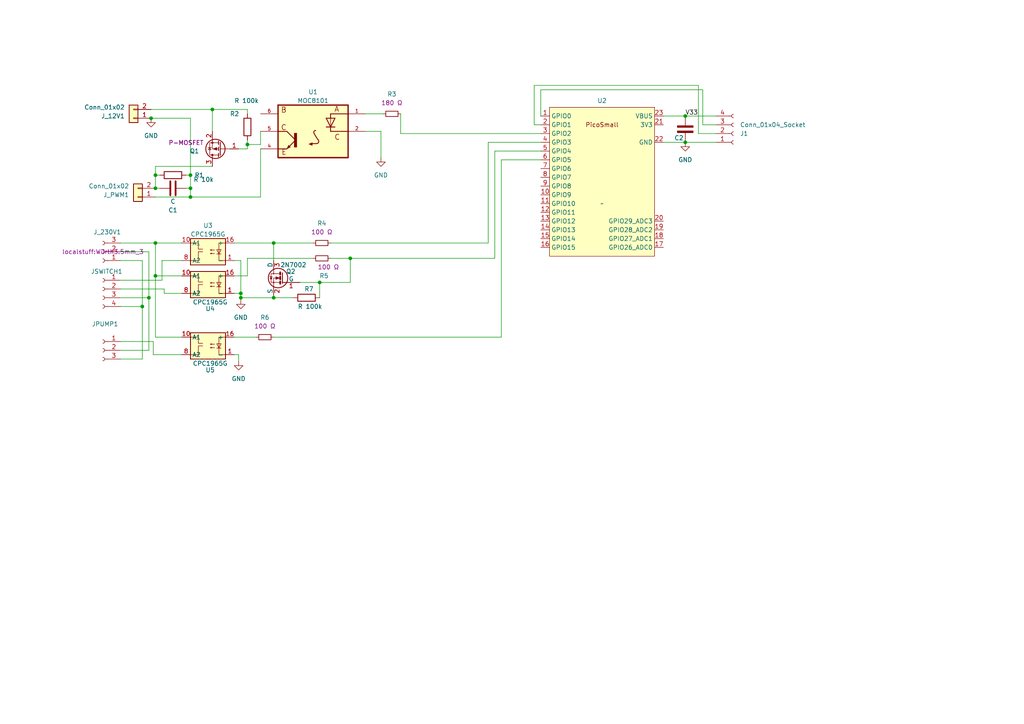
<source format=kicad_sch>
(kicad_sch (version 20230121) (generator eeschema)
  (paper "A4")
  (lib_symbols
    (symbol "Connector:Conn_01x03_Socket" (pin_names (offset 1.016) hide)
      (property "Reference" "J" (at 0 5.08 0))
      (property "Value" "Conn_01x03_Socket" (at 0 -5.08 0))
      (symbol "Conn_01x03_Socket_1_1"
        (arc (start 0 -2.032) (mid -0.5058 -2.54) (end 0 -3.048) (stroke (width 0.1524)))
        (polyline (pts (xy -1.27 -2.54) (xy -0.508 -2.54)) (stroke (width 0.1524)))
        (polyline (pts (xy -1.27 0) (xy -0.508 0)) (stroke (width 0.1524)))
        (polyline (pts (xy -1.27 2.54) (xy -0.508 2.54)) (stroke (width 0.1524)))
        (arc (start 0 0.508) (mid -0.5058 0) (end 0 -0.508) (stroke (width 0.1524)))
        (arc (start 0 3.048) (mid -0.5058 2.54) (end 0 2.032) (stroke (width 0.1524)))
        (pin passive line (at -5.08 2.54 0) (length 3.81) (name "Pin_1") (number "1"))
        (pin passive line (at -5.08 0 0) (length 3.81) (name "Pin_2") (number "2"))
        (pin passive line (at -5.08 -2.54 0) (length 3.81) (name "Pin_3") (number "3"))
      )
    )
    (symbol "Connector:Conn_01x04_Socket" (pin_names (offset 1.016) hide)
      (property "Reference" "J" (at 0 5.08 0))
      (property "Value" "Conn_01x04_Socket" (at 0 -7.62 0))
      (symbol "Conn_01x04_Socket_1_1"
        (arc (start 0 -4.572) (mid -0.5058 -5.08) (end 0 -5.588) (stroke (width 0.1524)))
        (arc (start 0 -2.032) (mid -0.5058 -2.54) (end 0 -3.048) (stroke (width 0.1524)))
        (polyline (pts (xy -1.27 -5.08) (xy -0.508 -5.08)) (stroke (width 0.1524)))
        (polyline (pts (xy -1.27 -2.54) (xy -0.508 -2.54)) (stroke (width 0.1524)))
        (polyline (pts (xy -1.27 0) (xy -0.508 0)) (stroke (width 0.1524)))
        (polyline (pts (xy -1.27 2.54) (xy -0.508 2.54)) (stroke (width 0.1524)))
        (arc (start 0 0.508) (mid -0.5058 0) (end 0 -0.508) (stroke (width 0.1524)))
        (arc (start 0 3.048) (mid -0.5058 2.54) (end 0 2.032) (stroke (width 0.1524)))
        (pin passive line (at -5.08 2.54 0) (length 3.81) (name "Pin_1") (number "1"))
        (pin passive line (at -5.08 0 0) (length 3.81) (name "Pin_2") (number "2"))
        (pin passive line (at -5.08 -2.54 0) (length 3.81) (name "Pin_3") (number "3"))
        (pin passive line (at -5.08 -5.08 0) (length 3.81) (name "Pin_4") (number "4"))
      )
    )
    (symbol "Connector_Generic:Conn_01x02" (pin_names (offset 1.016) hide)
      (property "Reference" "J" (at 0 2.54 0))
      (property "Value" "Conn_01x02" (at 0 -5.08 0))
      (symbol "Conn_01x02_1_1"
        (rectangle (start -1.27 -2.413) (end 0 -2.667) (stroke (width 0.1524)))
        (rectangle (start -1.27 0.127) (end 0 -0.127) (stroke (width 0.1524)))
        (rectangle (start -1.27 1.27) (end 1.27 -3.81) (stroke (width 0.254)) (fill (type background)))
        (pin passive line (at -5.08 0 0) (length 3.81) (name "Pin_1") (number "1"))
        (pin passive line (at -5.08 -2.54 0) (length 3.81) (name "Pin_2") (number "2"))
      )
    )
    (symbol "Device:C" (pin_numbers hide) (pin_names (offset 0.254))
      (property "Reference" "C" (at 0.635 2.54 0))
      (property "Value" "C" (at 0.635 -2.54 0))
      (symbol "C_0_1"
        (polyline (pts (xy -2.032 -0.762) (xy 2.032 -0.762)) (stroke (width 0.508)))
        (polyline (pts (xy -2.032 0.762) (xy 2.032 0.762)) (stroke (width 0.508)))
      )
      (symbol "C_1_1"
        (pin passive line (at 0 3.81 270) (length 2.794) (name "~") (number "1"))
        (pin passive line (at 0 -3.81 90) (length 2.794) (name "~") (number "2"))
      )
    )
    (symbol "Device:R" (pin_numbers hide) (pin_names (offset 0))
      (property "Reference" "R" (at 2.032 0 90))
      (property "Value" "R" (at 0 0 90))
      (symbol "R_0_1"
        (rectangle (start -1.016 -2.54) (end 1.016 2.54) (stroke (width 0.254)))
      )
      (symbol "R_1_1"
        (pin passive line (at 0 3.81 270) (length 1.27) (name "~") (number "1"))
        (pin passive line (at 0 -3.81 90) (length 1.27) (name "~") (number "2"))
      )
    )
    (symbol "localparts:CP_10µ_16V_0603" (pin_numbers hide) (pin_names (offset 0.254))
      (property "Reference" "C3" (at -3.048 1.016 0))
      (symbol "CP_10µ_16V_0603_0_1"
        (rectangle (start -2.286 -0.508) (end 2.286 -1.016) (fill (type outline)))
        (rectangle (start -2.286 1.016) (end 2.286 0.508) (fill (type outline)))
      )
      (symbol "CP_10µ_16V_0603_1_1"
        (pin passive line (at 0 3.81 270) (length 2.794) (name "~") (number "1"))
        (pin passive line (at 0 -3.81 90) (length 2.794) (name "~") (number "2"))
      )
    )
    (symbol "localparts:PicoAli"
      (property "Reference" "U" (at 0 -7.62 0))
      (symbol "PicoAli_0_1"
        (rectangle (start -15.24 20.32) (end 15.24 -22.86) (fill (type background)))
      )
      (symbol "PicoAli_1_0"
        (text "PicoSmall" (at 0 15.24 0) (effects (font (size 1.27 1.27))))
      )
      (symbol "PicoAli_1_1"
        (pin bidirectional line (at -17.78 17.78 0) (length 2.54) (name "GPIO0") (number "1"))
        (pin bidirectional line (at -17.78 -5.08 0) (length 2.54) (name "GPIO9") (number "10"))
        (pin bidirectional line (at -17.78 -7.62 0) (length 2.54) (name "GPIO10") (number "11"))
        (pin bidirectional line (at -17.78 -10.16 0) (length 2.54) (name "GPIO11") (number "12"))
        (pin bidirectional line (at -17.78 -12.7 0) (length 2.54) (name "GPIO12") (number "13"))
        (pin bidirectional line (at -17.78 -15.24 0) (length 2.54) (name "GPIO13") (number "14"))
        (pin bidirectional line (at -17.78 -17.78 0) (length 2.54) (name "GPIO14") (number "15"))
        (pin bidirectional line (at -17.78 -20.32 0) (length 2.54) (name "GPIO15") (number "16"))
        (pin bidirectional line (at 17.78 -20.32 180) (length 2.54) (name "GPIO26_ADC0") (number "17"))
        (pin bidirectional line (at 17.78 -17.78 180) (length 2.54) (name "GPIO27_ADC1") (number "18"))
        (pin bidirectional line (at 17.78 -15.24 180) (length 2.54) (name "GPIO28_ADC2") (number "19"))
        (pin bidirectional line (at -17.78 15.24 0) (length 2.54) (name "GPIO1") (number "2"))
        (pin bidirectional line (at 17.78 -12.7 180) (length 2.54) (name "GPIO29_ADC3") (number "20"))
        (pin power_in line (at 17.78 15.24 180) (length 2.54) (name "3V3") (number "21"))
        (pin bidirectional line (at 17.78 10.16 180) (length 2.54) (name "GND") (number "22"))
        (pin power_in line (at 17.78 17.78 180) (length 2.54) (name "VBUS") (number "23"))
        (pin bidirectional line (at -17.78 12.7 0) (length 2.54) (name "GPIO2") (number "3"))
        (pin bidirectional line (at -17.78 10.16 0) (length 2.54) (name "GPIO3") (number "4"))
        (pin bidirectional line (at -17.78 7.62 0) (length 2.54) (name "GPIO4") (number "5"))
        (pin bidirectional line (at -17.78 5.08 0) (length 2.54) (name "GPIO5") (number "6"))
        (pin bidirectional line (at -17.78 2.54 0) (length 2.54) (name "GPIO6") (number "7"))
        (pin bidirectional line (at -17.78 0 0) (length 2.54) (name "GPIO7") (number "8"))
        (pin bidirectional line (at -17.78 -2.54 0) (length 2.54) (name "GPIO8") (number "9"))
      )
    )
    (symbol "localparts:R_100_0603" (pin_numbers hide) (pin_names (offset 0.254) hide)
      (property "Reference" "R" (at -1.27 0.635 0))
      (property "Display" "100 Ω" (at -1.27 -1.27 0))
      (symbol "R_100_0603_0_1"
        (rectangle (start -0.762 1.778) (end 0.762 -1.778) (stroke (width 0.2032)))
      )
      (symbol "R_100_0603_1_1"
        (pin passive line (at 0 2.54 270) (length 0.762) (name "~") (number "1"))
        (pin passive line (at 0 -2.54 90) (length 0.762) (name "~") (number "2"))
      )
    )
    (symbol "localparts:R_180_0603" (pin_numbers hide) (pin_names (offset 0.254) hide)
      (property "Reference" "R" (at -1.27 1.143 0))
      (property "Display" "180 Ω" (at -1.27 -1.016 0))
      (symbol "R_180_0603_0_1"
        (rectangle (start -0.762 1.778) (end 0.762 -1.778) (stroke (width 0.2032)))
      )
      (symbol "R_180_0603_1_1"
        (pin passive line (at 0 2.54 270) (length 0.762) (name "~") (number "1"))
        (pin passive line (at 0 -2.54 90) (length 0.762) (name "~") (number "2"))
      )
    )
    (symbol "localparts:SI2369DS" (pin_names hide)
      (property "Reference" "Q" (at 5.08 1.905 0))
      (property "Value" "SI2369DS" (at 5.08 0 0))
      (property "Display" "P-MOSFET" (at 10.16 -1.778 0))
      (symbol "SI2369DS_0_1"
        (polyline (pts (xy 0.254 0) (xy -2.54 0)))
        (polyline (pts (xy 0.254 1.905) (xy 0.254 -1.905)) (stroke (width 0.254)))
        (polyline (pts (xy 0.762 -1.27) (xy 0.762 -2.286)) (stroke (width 0.254)))
        (polyline (pts (xy 0.762 0.508) (xy 0.762 -0.508)) (stroke (width 0.254)))
        (polyline (pts (xy 0.762 2.286) (xy 0.762 1.27)) (stroke (width 0.254)))
        (polyline (pts (xy 2.54 2.54) (xy 2.54 1.778)))
        (polyline (pts (xy 2.54 -2.54) (xy 2.54 0) (xy 0.762 0)))
        (polyline (pts (xy 0.762 1.778) (xy 3.302 1.778) (xy 3.302 -1.778) (xy 0.762 -1.778)))
        (polyline (pts (xy 2.286 0) (xy 1.27 0.381) (xy 1.27 -0.381) (xy 2.286 0)) (fill (type outline)))
        (polyline (pts (xy 2.794 -0.508) (xy 2.921 -0.381) (xy 3.683 -0.381) (xy 3.81 -0.254)))
        (polyline (pts (xy 3.302 -0.381) (xy 2.921 0.254) (xy 3.683 0.254) (xy 3.302 -0.381)))
        (circle (center 1.651 0) (radius 2.794) (stroke (width 0.254)))
        (circle (center 2.54 -1.778) (radius 0.254) (fill (type outline)))
        (circle (center 2.54 1.778) (radius 0.254) (fill (type outline)))
      )
      (symbol "SI2369DS_1_1"
        (pin input line (at -5.08 0 0) (length 2.54) (name "G") (number "1"))
        (pin passive line (at 2.54 -5.08 90) (length 2.54) (name "S") (number "2"))
        (pin passive line (at 2.54 5.08 270) (length 2.54) (name "D") (number "3"))
      )
    )
    (symbol "localstuff:2N7002" (pin_names (offset 0))
      (property "Reference" "Q" (at 5.08 1.905 0))
      (property "Value" "2N7002" (at 5.08 0 0))
      (symbol "2N7002_0_1"
        (polyline (pts (xy 0.635 -1.016) (xy 0.635 -1.651)) (stroke (width 0.508)))
        (polyline (pts (xy 0.635 0.381) (xy 0.635 -0.381)) (stroke (width 0.508)))
        (polyline (pts (xy 0.635 1.651) (xy 0.635 1.016)) (stroke (width 0.508)))
        (polyline (pts (xy 3.048 0.381) (xy 2.921 0.254)))
        (polyline (pts (xy 3.048 0.381) (xy 3.556 0.381)))
        (polyline (pts (xy 3.556 0.381) (xy 3.683 0.508)))
        (polyline (pts (xy 0 1.524) (xy 0 -1.524) (xy 0 -1.524)) (stroke (width 0.254)))
        (polyline (pts (xy 0.762 -1.27) (xy 2.54 -1.27) (xy 2.54 -2.54) (xy 2.54 -2.54)))
        (polyline (pts (xy 0.762 1.27) (xy 2.54 1.27) (xy 2.54 2.54) (xy 2.54 2.54)))
        (polyline (pts (xy 2.54 1.27) (xy 3.302 1.27) (xy 3.302 -1.27) (xy 2.54 -1.27)))
        (polyline (pts (xy 3.302 0.381) (xy 3.048 -0.254) (xy 3.556 -0.254) (xy 3.302 0.381)) (fill (type outline)))
        (polyline (pts (xy 0.762 0) (xy 1.27 0) (xy 2.54 0) (xy 2.54 -1.27) (xy 2.54 -1.27)))
        (polyline (pts (xy 0.889 0) (xy 1.905 0.381) (xy 1.905 -0.381) (xy 0.889 0) (xy 1.016 0) (xy 1.016 0)) (fill (type outline)))
        (circle (center 1.27 0) (radius 2.8194) (stroke (width 0.254)))
        (circle (center 2.54 -1.27) (radius 0.127))
        (circle (center 2.54 1.27) (radius 0.127))
      )
      (symbol "2N7002_1_1"
        (pin passive line (at -5.08 -1.27 0) (length 5.08) (name "G") (number "1"))
        (pin passive line (at 2.54 -5.08 90) (length 2.54) (name "S") (number "2"))
        (pin passive line (at 2.54 5.08 270) (length 2.54) (name "D") (number "3"))
      )
    )
    (symbol "localstuff:CPC1965G"
      (property "Reference" "U" (at -5.08 5.08 0))
      (property "Value" "CPC1965G" (at 0 5.08 0))
      (symbol "CPC1965G_0_1"
        (rectangle (start -5.08 3.81) (end 5.08 -3.81) (stroke (width 0.254)) (fill (type background)))
        (polyline (pts (xy -3.81 -0.635) (xy -2.54 -0.635)))
        (polyline (pts (xy -5.08 2.54) (xy -3.175 2.54) (xy -3.175 -2.54) (xy -5.08 -2.54)))
        (polyline (pts (xy -3.175 -0.635) (xy -3.81 0.635) (xy -2.54 0.635) (xy -3.175 -0.635)))
        (polyline (pts (xy 1.524 0) (xy 2.794 0) (xy 2.794 -2.54) (xy 5.08 -2.54)))
        (polyline (pts (xy 1.524 0.762) (xy 2.794 0.762) (xy 2.794 2.54) (xy 5.08 2.54)))
        (polyline (pts (xy -1.905 -0.508) (xy -0.635 -0.508) (xy -1.016 -0.635) (xy -1.016 -0.381) (xy -0.635 -0.508)))
        (polyline (pts (xy -1.905 0.508) (xy -0.635 0.508) (xy -1.016 0.381) (xy -1.016 0.635) (xy -0.635 0.508)))
      )
      (symbol "CPC1965G_1_1"
        (pin passive line (at -7.62 -2.54 0) (length 2.54) (name "-") (number "1"))
        (pin passive line (at 7.62 2.54 180) (length 2.54) (name "A1") (number "10"))
        (pin passive line (at -7.62 2.54 0) (length 2.54) (name "+") (number "16"))
        (pin passive line (at 7.62 -2.54 180) (length 2.54) (name "A2") (number "8"))
      )
    )
    (symbol "localstuff:GND" (power) (pin_names (offset 0))
      (property "Value" "GND" (at 0 -3.81 0))
      (symbol "GND_0_1"
        (polyline (pts (xy 0 0) (xy 0 -1.27) (xy 1.27 -1.27) (xy 0 -2.54) (xy -1.27 -1.27) (xy 0 -1.27)))
      )
      (symbol "GND_1_1"
        (pin power_in line (at 0 0 270) (length 0) hide (name "GND") (number "1"))
      )
    )
    (symbol "localstuff:MOC8101" (pin_names (offset 1.016))
      (property "Reference" "U" (at -5.0872 8.1396 0))
      (property "Value" "MOC8101" (at -5.0875 -10.1751 0))
      (symbol "MOC8101_0_0"
        (rectangle (start -10.16 7.62) (end 10.16 -7.62) (stroke (width 0.4064)) (fill (type background)))
        (arc (start -1.524 -2.54) (mid -1.5843 -3.2043) (end -1.016 -3.556) (stroke (width 0.254)))
        (arc (start -1.524 -2.54) (mid -0.8458 -1.551) (end -0.254 -0.508) (stroke (width 0.254)))
        (arc (start -0.254 -0.508) (mid -0.2843 0.0221) (end -0.762 0.254) (stroke (width 0.254)))
        (polyline (pts (xy -10.16 5.08) (xy -5.08 5.08)) (stroke (width 0.254)))
        (polyline (pts (xy -5.08 0) (xy -10.16 0)) (stroke (width 0.254)))
        (polyline (pts (xy -5.08 1.27) (xy -6.35 1.27)) (stroke (width 0.254)))
        (polyline (pts (xy -5.08 1.27) (xy -6.35 3.81)) (stroke (width 0.254)))
        (polyline (pts (xy -5.08 1.27) (xy -5.08 0)) (stroke (width 0.254)))
        (polyline (pts (xy -5.08 3.81) (xy -6.35 3.81)) (stroke (width 0.254)))
        (polyline (pts (xy -5.08 3.81) (xy -5.08 1.27)) (stroke (width 0.1524)))
        (polyline (pts (xy -5.08 3.81) (xy -5.08 5.08)) (stroke (width 0.254)))
        (polyline (pts (xy -3.81 1.27) (xy -5.08 1.27)) (stroke (width 0.254)))
        (polyline (pts (xy -3.81 3.81) (xy -5.08 1.27)) (stroke (width 0.254)))
        (polyline (pts (xy -3.81 3.81) (xy -5.08 3.81)) (stroke (width 0.254)))
        (polyline (pts (xy 0.254 -3.556) (xy -1.016 -3.556)) (stroke (width 0.254)))
        (polyline (pts (xy 5.08 -2.54) (xy 7.62 -5.08)) (stroke (width 0.254)))
        (polyline (pts (xy 7.62 0) (xy 5.08 -2.54)) (stroke (width 0.254)))
        (polyline (pts (xy 10.16 -5.08) (xy 7.62 -5.08)) (stroke (width 0.254)))
        (polyline (pts (xy 10.16 0) (xy 7.62 0)) (stroke (width 0.254)))
        (polyline (pts (xy 1.143 -3.683) (xy 0.254 -3.302) (xy 0.254 -4.064) (xy 1.143 -3.683)) (stroke (width 0.1524)) (fill (type outline)))
        (polyline (pts (xy 7.493 -4.953) (xy 7.112 -4.064) (xy 6.604 -4.572) (xy 7.493 -4.953)) (stroke (width 0.1524)) (fill (type outline)))
        (rectangle (start 4.7052 -0.508) (end 5.461 -4.578) (stroke (width 0.1)) (fill (type outline)))
        (text "A" (at -7.6243 5.5912 0) (effects (font (size 1.5249 1.5249)) (justify left bottom)))
        (text "B" (at 7.6286 5.3401 0) (effects (font (size 1.5257 1.5257)) (justify left bottom)))
        (text "C" (at -7.874 -2.54 0) (effects (font (size 1.5256 1.5256)) (justify left bottom)))
        (text "C" (at 7.6342 0.2545 0) (effects (font (size 1.5268 1.5268)) (justify left bottom)))
        (text "E" (at 7.6265 -6.8638 0) (effects (font (size 1.5253 1.5253)) (justify left bottom)))
        (pin passive line (at -15.24 5.08 0) (length 5.08) (name "~") (number "1"))
        (pin passive line (at -15.24 0 0) (length 5.08) (name "~") (number "2"))
        (pin passive line (at 15.24 -5.08 180) (length 5.08) (name "~") (number "4"))
        (pin passive line (at 15.24 0 180) (length 5.08) (name "~") (number "5"))
        (pin passive line (at 15.24 5.08 180) (length 5.08) (name "~") (number "6"))
      )
    )
    (symbol "power:GND" (power) (pin_names (offset 0))
      (property "Value" "GND" (at 0 -3.81 0))
      (symbol "GND_0_1"
        (polyline (pts (xy 0 0) (xy 0 -1.27) (xy 1.27 -1.27) (xy 0 -2.54) (xy -1.27 -1.27) (xy 0 -1.27)))
      )
      (symbol "GND_1_1"
        (pin power_in line (at 0 0 270) (length 0) hide (name "GND") (number "1"))
      )
    )
  )
  (junction (at 55.245 54.61))
  (junction (at 45.085 54.61))
  (junction (at 45.085 50.8))
  (junction (at 198.755 41.275))
  (junction (at 43.815 34.29))
  (junction (at 55.245 50.8))
  (junction (at 45.085 70.485))
  (junction (at 101.6 74.93))
  (junction (at 45.085 80.01))
  (junction (at 92.71 81.915))
  (junction (at 41.275 88.9))
  (junction (at 61.595 31.75))
  (junction (at 69.85 86.36))
  (junction (at 79.375 86.36))
  (junction (at 43.18 86.36))
  (junction (at 198.755 33.655))
  (junction (at 71.755 41.91))
  (junction (at 69.85 85.09))
  (junction (at 55.245 57.15))
  (junction (at 79.375 70.485))
  (wire (pts (xy 154.94 36.195) (xy 156.845 36.195)))
  (wire (pts (xy 95.885 70.485) (xy 141.605 70.485)))
  (wire (pts (xy 116.205 38.735) (xy 116.205 33.02)))
  (wire (pts (xy 71.755 43.18) (xy 69.215 43.18)))
  (wire (pts (xy 34.925 75.565) (xy 41.275 75.565)))
  (wire (pts (xy 143.51 43.815) (xy 143.51 74.93)))
  (wire (pts (xy 67.945 97.79) (xy 74.295 97.79)))
  (wire (pts (xy 61.595 31.75) (xy 71.755 31.75)))
  (wire (pts (xy 69.85 86.36) (xy 69.85 86.995)))
  (wire (pts (xy 202.565 38.735) (xy 202.565 24.765)))
  (wire (pts (xy 156.845 43.815) (xy 143.51 43.815)))
  (wire (pts (xy 79.375 86.36) (xy 85.09 86.36)))
  (wire (pts (xy 92.71 81.915) (xy 101.6 81.915)))
  (wire (pts (xy 75.565 43.18) (xy 75.565 57.15)))
  (wire (pts (xy 67.945 70.485) (xy 79.375 70.485)))
  (wire (pts (xy 41.275 88.9) (xy 34.925 88.9)))
  (wire (pts (xy 45.085 54.61) (xy 46.355 54.61)))
  (wire (pts (xy 79.375 70.485) (xy 79.375 75.565)))
  (wire (pts (xy 71.755 41.91) (xy 71.755 43.18)))
  (wire (pts (xy 75.565 38.1) (xy 75.565 41.91)))
  (wire (pts (xy 43.18 73.025) (xy 43.18 86.36)))
  (wire (pts (xy 207.645 36.195) (xy 203.835 36.195)))
  (wire (pts (xy 69.215 104.775) (xy 69.215 102.87)))
  (wire (pts (xy 43.18 86.36) (xy 43.18 101.6)))
  (wire (pts (xy 110.49 38.1) (xy 110.49 45.72)))
  (wire (pts (xy 45.085 50.8) (xy 45.085 54.61)))
  (wire (pts (xy 71.755 74.93) (xy 71.755 80.01)))
  (wire (pts (xy 61.595 48.26) (xy 45.085 48.26)))
  (wire (pts (xy 69.85 86.36) (xy 79.375 86.36)))
  (wire (pts (xy 71.755 31.75) (xy 71.755 33.02)))
  (wire (pts (xy 52.705 80.01) (xy 45.085 80.01)))
  (wire (pts (xy 106.045 33.02) (xy 111.125 33.02)))
  (wire (pts (xy 156.845 26.035) (xy 156.845 33.655)))
  (wire (pts (xy 71.755 74.93) (xy 90.805 74.93)))
  (wire (pts (xy 92.71 86.36) (xy 92.71 81.915)))
  (wire (pts (xy 79.375 70.485) (xy 90.805 70.485)))
  (wire (pts (xy 55.245 54.61) (xy 55.245 57.15)))
  (wire (pts (xy 34.925 86.36) (xy 43.18 86.36)))
  (wire (pts (xy 71.755 40.64) (xy 71.755 41.91)))
  (wire (pts (xy 45.085 97.79) (xy 45.085 80.01)))
  (wire (pts (xy 34.925 73.025) (xy 43.18 73.025)))
  (wire (pts (xy 69.215 102.87) (xy 67.945 102.87)))
  (wire (pts (xy 41.275 104.14) (xy 41.275 88.9)))
  (wire (pts (xy 71.755 80.01) (xy 67.945 80.01)))
  (wire (pts (xy 101.6 74.93) (xy 95.885 74.93)))
  (wire (pts (xy 34.925 104.14) (xy 41.275 104.14)))
  (wire (pts (xy 55.245 34.29) (xy 43.815 34.29)))
  (wire (pts (xy 101.6 81.915) (xy 101.6 74.93)))
  (wire (pts (xy 79.375 85.725) (xy 79.375 86.36)))
  (wire (pts (xy 53.975 54.61) (xy 55.245 54.61)))
  (wire (pts (xy 52.705 75.565) (xy 46.99 75.565)))
  (wire (pts (xy 202.565 24.765) (xy 154.94 24.765)))
  (wire (pts (xy 69.85 75.565) (xy 69.85 85.09)))
  (wire (pts (xy 52.705 97.79) (xy 45.085 97.79)))
  (wire (pts (xy 198.755 41.275) (xy 207.645 41.275)))
  (wire (pts (xy 52.705 102.87) (xy 44.45 102.87)))
  (wire (pts (xy 203.835 36.195) (xy 203.835 26.035)))
  (wire (pts (xy 45.085 80.01) (xy 45.085 70.485)))
  (wire (pts (xy 69.85 85.09) (xy 67.945 85.09)))
  (wire (pts (xy 203.835 26.035) (xy 156.845 26.035)))
  (wire (pts (xy 55.245 57.15) (xy 45.085 57.15)))
  (wire (pts (xy 156.845 38.735) (xy 116.205 38.735)))
  (wire (pts (xy 34.925 101.6) (xy 43.18 101.6)))
  (wire (pts (xy 34.925 70.485) (xy 45.085 70.485)))
  (wire (pts (xy 41.275 75.565) (xy 41.275 88.9)))
  (wire (pts (xy 207.645 38.735) (xy 202.565 38.735)))
  (wire (pts (xy 55.245 50.8) (xy 55.245 54.61)))
  (wire (pts (xy 145.415 97.79) (xy 79.375 97.79)))
  (wire (pts (xy 67.945 75.565) (xy 69.85 75.565)))
  (wire (pts (xy 145.415 46.355) (xy 145.415 97.79)))
  (wire (pts (xy 45.085 48.26) (xy 45.085 50.8)))
  (wire (pts (xy 46.99 75.565) (xy 46.99 81.28)))
  (wire (pts (xy 52.705 85.09) (xy 47.625 85.09)))
  (wire (pts (xy 69.85 85.09) (xy 69.85 86.36)))
  (wire (pts (xy 47.625 83.82) (xy 34.925 83.82)))
  (wire (pts (xy 198.755 33.655) (xy 207.645 33.655)))
  (wire (pts (xy 45.085 70.485) (xy 52.705 70.485)))
  (wire (pts (xy 44.45 99.06) (xy 34.925 99.06)))
  (wire (pts (xy 154.94 24.765) (xy 154.94 36.195)))
  (wire (pts (xy 92.71 81.915) (xy 86.995 81.915)))
  (wire (pts (xy 55.245 34.29) (xy 55.245 50.8)))
  (wire (pts (xy 45.085 50.8) (xy 46.355 50.8)))
  (wire (pts (xy 43.815 31.75) (xy 61.595 31.75)))
  (wire (pts (xy 106.045 38.1) (xy 110.49 38.1)))
  (wire (pts (xy 192.405 33.655) (xy 198.755 33.655)))
  (wire (pts (xy 156.845 46.355) (xy 145.415 46.355)))
  (wire (pts (xy 46.99 81.28) (xy 34.925 81.28)))
  (wire (pts (xy 141.605 70.485) (xy 141.605 41.275)))
  (wire (pts (xy 44.45 102.87) (xy 44.45 99.06)))
  (wire (pts (xy 141.605 41.275) (xy 156.845 41.275)))
  (wire (pts (xy 61.595 31.75) (xy 61.595 38.1)))
  (wire (pts (xy 53.975 50.8) (xy 55.245 50.8)))
  (wire (pts (xy 47.625 85.09) (xy 47.625 83.82)))
  (wire (pts (xy 75.565 41.91) (xy 71.755 41.91)))
  (wire (pts (xy 192.405 41.275) (xy 198.755 41.275)))
  (wire (pts (xy 75.565 57.15) (xy 55.245 57.15)))
  (wire (pts (xy 143.51 74.93) (xy 101.6 74.93)))
  (label "V33" (at 198.755 33.655 0))
  (symbol (lib_id "localparts:R_100_0603") (at 93.345 74.93 90) (unit 1)
    (property "Reference" "R5" (at 93.98 80.01 90))
    (property "Value" "R_100_0603" (effects hide))
    (property "Footprint" "Resistor_SMD:R_0603_1608Metric_Pad0.98x0.95mm_HandSolder" (effects hide))
    (property "Display" "100 Ω" (at 95.25 77.47 90))
    (property "LCSC" "C22775" (effects hide))
    (property "Bin" "b-r-100-s" (effects hide))
  )
  (symbol (lib_id "localstuff:CPC1965G") (at 60.325 82.55 0) (mirror y) (unit 1)
    (property "Reference" "U4" (at 60.96 89.535 0))
    (property "Value" "CPC1965G" (at 60.96 87.63 0))
    (property "Footprint" "localstuff:DIL16-CPC1965G" (effects hide))
  )
  (symbol (lib_id "Connector:Conn_01x04_Socket") (at 212.725 38.735 0) (mirror x) (unit 1)
    (property "Reference" "J1" (at 214.63 38.735 0) (effects (justify left)))
    (property "Value" "Conn_01x04_Socket" (at 214.63 36.195 0) (effects (justify left)))
    (property "Footprint" "Connector_JST:JST_PH_B4B-PH-K_1x04_P2.00mm_Vertical" (effects hide))
  )
  (symbol (lib_id "Device:R") (at 50.165 50.8 90) (unit 1)
    (property "Reference" "R1" (at 57.785 50.8 90))
    (property "Value" "R 10k" (at 59.055 52.07 90))
    (property "Footprint" "Resistor_SMD:R_0603_1608Metric_Pad0.98x0.95mm_HandSolder" (effects hide))
  )
  (symbol (lib_id "localstuff:MOC8101") (at 90.805 38.1 0) (mirror y) (unit 1)
    (property "Reference" "U1" (at 90.805 26.67 0))
    (property "Value" "MOC8101" (at 90.805 29.21 0))
    (property "Footprint" "Package_DIP:DIP-6_W7.62mm" (effects hide))
    (property "MANUFACTURER" "Vishay" (effects hide))
  )
  (symbol (lib_id "localparts:CP_10µ_16V_0603") (at 198.755 37.465 0) (unit 1)
    (property "Reference" "C2" (at 195.58 40.005 0) (effects (justify left)))
    (property "Value" "CP_10µ_16V_0603" (effects hide))
    (property "Footprint" "Capacitor_SMD:C_0603_1608Metric" (effects hide))
    (property "Display" "10 µF 16V" (effects hide))
    (property "Bin" "b-c-10u-s8" (effects hide))
  )
  (symbol (lib_id "localstuff:CPC1965G") (at 60.325 100.33 0) (mirror y) (unit 1)
    (property "Reference" "U5" (at 60.96 107.315 0))
    (property "Value" "CPC1965G" (at 60.96 105.41 0))
    (property "Footprint" "localstuff:DIL16-CPC1965G" (effects hide))
  )
  (symbol (lib_id "localparts:PicoAli") (at 174.625 51.435 0) (unit 1)
    (property "Reference" "U2" (at 174.625 29.21 0))
    (property "Value" "~" (at 174.625 59.055 0))
    (property "Footprint" "localstuff:RPi_Ali_SMD_TH" (effects hide))
  )
  (symbol (lib_id "Device:R") (at 88.9 86.36 270) (unit 1)
    (property "Reference" "R7" (at 88.265 83.82 90) (effects (justify left)))
    (property "Value" "R 100k" (at 86.36 88.9 90) (effects (justify left)))
    (property "Footprint" "Resistor_SMD:R_0603_1608Metric_Pad0.98x0.95mm_HandSolder" (effects hide))
  )
  (symbol (lib_id "Connector_Generic:Conn_01x02") (at 38.735 34.29 180) (unit 1)
    (property "Reference" "J_12V1" (at 36.195 33.655 0) (effects (justify left)))
    (property "Value" "Conn_01x02" (at 36.195 31.115 0) (effects (justify left)))
    (property "Footprint" "localstuff:1X02_GN" (effects hide))
  )
  (symbol (lib_id "Device:R") (at 71.755 36.83 0) (unit 1)
    (property "Reference" "R2" (at 66.675 33.02 0) (effects (justify left)))
    (property "Value" "R 100k" (at 67.945 29.21 0) (effects (justify left)))
    (property "Footprint" "Resistor_SMD:R_0603_1608Metric_Pad0.98x0.95mm_HandSolder" (effects hide))
  )
  (symbol (lib_id "Connector_Generic:Conn_01x02") (at 40.005 57.15 180) (unit 1)
    (property "Reference" "J_PWM1" (at 37.465 56.515 0) (effects (justify left)))
    (property "Value" "Conn_01x02" (at 37.465 53.975 0) (effects (justify left)))
    (property "Footprint" "localstuff:1X02_GN" (effects hide))
  )
  (symbol (lib_id "Connector:Conn_01x03_Socket") (at 29.845 73.025 180) (unit 1)
    (property "Reference" "J_230V1" (at 31.115 67.31 0))
    (property "Value" "Conn_01x03_Socket" (effects hide))
    (property "Footprint" "localstuff:Würth3.5mm_3" (at 29.845 73.025 0))
  )
  (symbol (lib_id "power:GND") (at 110.49 45.72 0) (unit 1)
    (property "Reference" "#PWR02" (effects hide))
    (property "Value" "GND" (at 110.49 50.8 0))
  )
  (symbol (lib_id "localparts:R_100_0603") (at 76.835 97.79 90) (unit 1)
    (property "Reference" "R6" (at 76.835 92.075 90))
    (property "Value" "R_100_0603" (effects hide))
    (property "Footprint" "Resistor_SMD:R_0603_1608Metric_Pad0.98x0.95mm_HandSolder" (effects hide))
    (property "Display" "100 Ω" (at 76.835 94.615 90))
    (property "LCSC" "C22775" (effects hide))
    (property "Bin" "b-r-100-s" (effects hide))
  )
  (symbol (lib_id "Device:C") (at 50.165 54.61 90) (unit 1)
    (property "Reference" "C1" (at 50.165 60.96 90))
    (property "Value" "C" (at 50.165 58.42 90))
    (property "Footprint" "Capacitor_SMD:C_0603_1608Metric_Pad1.08x0.95mm_HandSolder" (effects hide))
  )
  (symbol (lib_id "localparts:R_100_0603") (at 93.345 70.485 90) (unit 1)
    (property "Reference" "R4" (at 93.345 64.77 90))
    (property "Value" "R_100_0603" (effects hide))
    (property "Footprint" "Resistor_SMD:R_0603_1608Metric_Pad0.98x0.95mm_HandSolder" (effects hide))
    (property "Display" "100 Ω" (at 93.345 67.31 90))
    (property "LCSC" "C22775" (effects hide))
    (property "Bin" "b-r-100-s" (effects hide))
  )
  (symbol (lib_id "power:GND") (at 69.85 86.995 0) (unit 1)
    (property "Reference" "#PWR04" (effects hide))
    (property "Value" "GND" (at 69.85 92.075 0))
  )
  (symbol (lib_id "Connector:Conn_01x03_Socket") (at 29.845 101.6 0) (mirror y) (unit 1)
    (property "Reference" "JPUMP1" (at 30.48 93.98 0))
    (property "Value" "Conn_01x03_Socket" (effects hide))
    (property "Footprint" "localstuff:Würth3.5mm_3" (effects hide))
  )
  (symbol (lib_id "localparts:SI2369DS") (at 64.135 43.18 180) (unit 1)
    (property "Reference" "Q1" (at 57.785 43.815 0) (effects (justify left)))
    (property "Value" "SI2390DS" (effects hide))
    (property "Footprint" "Package_TO_SOT_SMD:SOT-23" (effects hide))
    (property "Farnell" "2400360" (effects hide))
    (property "Display" "P-MOSFET" (at 53.975 41.402 0))
  )
  (symbol (lib_id "localparts:R_180_0603") (at 113.665 33.02 270) (unit 1)
    (property "Reference" "R3" (at 113.665 27.305 90))
    (property "Value" "R_180_0603" (effects hide))
    (property "Footprint" "Resistor_SMD:R_0603_1608Metric_Pad0.98x0.95mm_HandSolder" (effects hide))
    (property "Display" "180 Ω" (at 113.665 29.845 90))
  )
  (symbol (lib_id "localstuff:CPC1965G") (at 60.325 73.025 0) (mirror y) (unit 1)
    (property "Reference" "U3" (at 60.325 65.405 0))
    (property "Value" "CPC1965G" (at 60.325 67.945 0))
    (property "Footprint" "localstuff:DIL16-CPC1965G" (effects hide))
  )
  (symbol (lib_id "Connector:Conn_01x04_Socket") (at 29.845 83.82 0) (mirror y) (unit 1)
    (property "Reference" "JSWITCH1" (at 35.56 78.74 0) (effects (justify left)))
    (property "Value" "Conn_01x04_Socket" (effects hide))
    (property "Footprint" "localstuff:Würth3.5mm_4" (effects hide))
  )
  (symbol (lib_id "power:GND") (at 69.215 104.775 0) (unit 1)
    (property "Reference" "#PWR05" (effects hide))
    (property "Value" "GND" (at 69.215 109.855 0))
  )
  (symbol (lib_id "power:GND") (at 198.755 41.275 0) (unit 1)
    (property "Reference" "#PWR03" (effects hide))
    (property "Value" "GND" (at 198.755 46.355 0))
  )
  (symbol (lib_id "localstuff:2N7002") (at 81.915 80.645 0) (mirror y) (unit 1)
    (property "Reference" "Q2" (at 85.725 78.74 0) (effects (justify left)))
    (property "Value" "2N7002" (at 88.9 76.835 0) (effects (justify left)))
    (property "Footprint" "Package_TO_SOT_SMD:SOT-23" (effects hide))
  )
  (symbol (lib_id "localstuff:GND") (at 43.815 34.29 0) (unit 1)
    (property "Reference" "#PWR01" (effects hide))
    (property "Value" "GND" (at 43.815 39.37 0))
  )
)
</source>
